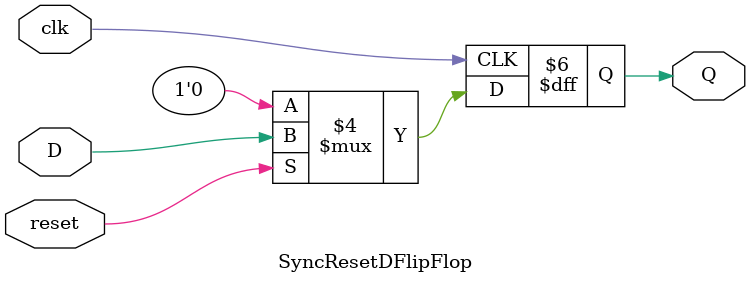
<source format=v>
`timescale 1ns / 1ps


module SyncResetDFlipFlop(
input D,clk,reset,
output reg Q);

always@(posedge clk)
    begin
        if(!reset)
        begin
             Q <=1'd0;
        end
        else
        begin
             Q<=D;
        end
    end

endmodule

</source>
